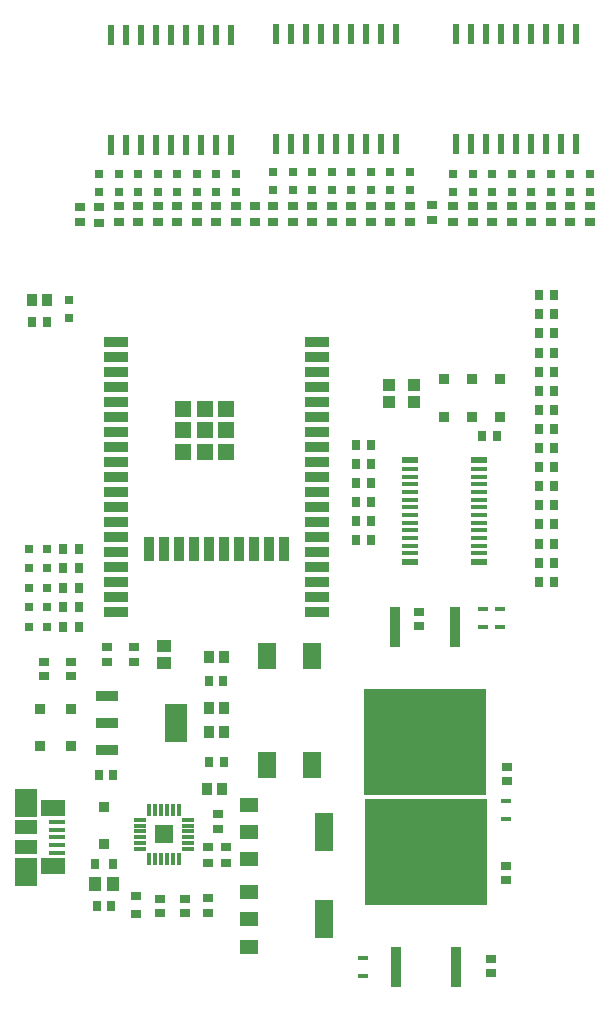
<source format=gtp>
G04*
G04 #@! TF.GenerationSoftware,Altium Limited,Altium Designer,20.1.14 (287)*
G04*
G04 Layer_Color=8421504*
%FSLAX25Y25*%
%MOIN*%
G70*
G04*
G04 #@! TF.SameCoordinates,C357774A-A1FF-41C0-A387-8AFBD113A784*
G04*
G04*
G04 #@! TF.FilePolarity,Positive*
G04*
G01*
G75*
%ADD17R,0.03740X0.03150*%
%ADD18R,0.03150X0.03150*%
%ADD19R,0.03347X0.02953*%
G04:AMPARAMS|DCode=20|XSize=21.65mil|YSize=66.93mil|CornerRadius=1.95mil|HoleSize=0mil|Usage=FLASHONLY|Rotation=0.000|XOffset=0mil|YOffset=0mil|HoleType=Round|Shape=RoundedRectangle|*
%AMROUNDEDRECTD20*
21,1,0.02165,0.06303,0,0,0.0*
21,1,0.01776,0.06693,0,0,0.0*
1,1,0.00390,0.00888,-0.03152*
1,1,0.00390,-0.00888,-0.03152*
1,1,0.00390,-0.00888,0.03152*
1,1,0.00390,0.00888,0.03152*
%
%ADD20ROUNDEDRECTD20*%
%ADD21R,0.07874X0.03543*%
%ADD22R,0.05315X0.01575*%
%ADD23R,0.04331X0.03937*%
%ADD24R,0.03150X0.03740*%
%ADD25R,0.03543X0.07874*%
%ADD26R,0.07874X0.03543*%
%ADD27R,0.01181X0.04147*%
%ADD28R,0.05236X0.05236*%
%ADD29R,0.03150X0.03150*%
%ADD30R,0.03543X0.03937*%
%ADD31R,0.03543X0.02953*%
%ADD32R,0.03543X0.03150*%
%ADD33R,0.05118X0.03937*%
%ADD34R,0.05315X0.02362*%
%ADD35R,0.02953X0.03347*%
%ADD36R,0.07480X0.12598*%
%ADD37R,0.07480X0.03543*%
%ADD38R,0.03347X0.01772*%
%ADD39R,0.03150X0.03543*%
%ADD40R,0.03740X0.03543*%
%ADD41R,0.05433X0.01772*%
%ADD42R,0.08268X0.05807*%
%ADD43R,0.07480X0.09350*%
%ADD44R,0.07480X0.04626*%
%ADD45R,0.03740X0.13780*%
%ADD46R,0.40748X0.35433*%
%ADD47R,0.06299X0.08583*%
%ADD48R,0.06299X0.08661*%
%ADD49R,0.05906X0.12992*%
%ADD50R,0.05906X0.04724*%
%ADD51R,0.02953X0.03543*%
%ADD52R,0.02756X0.03543*%
%ADD53R,0.03543X0.02756*%
%ADD54R,0.04147X0.01181*%
%ADD55R,0.06000X0.06000*%
%ADD56R,0.03937X0.05118*%
D17*
X259500Y359343D02*
D03*
Y364657D02*
D03*
X246500Y359343D02*
D03*
Y364657D02*
D03*
X280500Y359343D02*
D03*
Y364657D02*
D03*
X287000Y359343D02*
D03*
Y364657D02*
D03*
X300000Y359343D02*
D03*
Y364657D02*
D03*
X274000Y359343D02*
D03*
Y364657D02*
D03*
X319500Y359343D02*
D03*
Y364657D02*
D03*
X293500Y359343D02*
D03*
Y364657D02*
D03*
X306500Y359343D02*
D03*
Y364657D02*
D03*
X313000Y359343D02*
D03*
Y364657D02*
D03*
X240000Y359343D02*
D03*
Y364657D02*
D03*
X195000Y359343D02*
D03*
Y364657D02*
D03*
X188500Y359343D02*
D03*
Y364657D02*
D03*
X201500Y359343D02*
D03*
Y364657D02*
D03*
X182000Y359343D02*
D03*
Y364657D02*
D03*
X175500Y359343D02*
D03*
Y364657D02*
D03*
X169000Y359343D02*
D03*
Y364657D02*
D03*
X162500Y359343D02*
D03*
Y364657D02*
D03*
X156000Y359185D02*
D03*
Y364500D02*
D03*
X253000Y359343D02*
D03*
Y364657D02*
D03*
X233500Y359343D02*
D03*
Y364657D02*
D03*
X227000Y359343D02*
D03*
Y364657D02*
D03*
X220500Y359343D02*
D03*
Y364657D02*
D03*
X214000Y359343D02*
D03*
Y364657D02*
D03*
D18*
X274000Y369547D02*
D03*
Y375453D02*
D03*
X319500Y369547D02*
D03*
Y375453D02*
D03*
X313000Y369547D02*
D03*
Y375453D02*
D03*
X306500Y369547D02*
D03*
Y375453D02*
D03*
X300000Y369547D02*
D03*
Y375453D02*
D03*
X287000Y369547D02*
D03*
Y375453D02*
D03*
X280500Y369547D02*
D03*
Y375453D02*
D03*
X293500Y369547D02*
D03*
Y375453D02*
D03*
X201500Y369547D02*
D03*
Y375453D02*
D03*
X195000Y369547D02*
D03*
Y375453D02*
D03*
X182000Y369547D02*
D03*
Y375453D02*
D03*
X175500Y369547D02*
D03*
Y375453D02*
D03*
X169000Y369547D02*
D03*
Y375453D02*
D03*
X162500Y369547D02*
D03*
Y375453D02*
D03*
X188500Y369547D02*
D03*
Y375453D02*
D03*
X156000Y369547D02*
D03*
Y375453D02*
D03*
X259500Y370047D02*
D03*
Y375953D02*
D03*
X253000Y370047D02*
D03*
Y375953D02*
D03*
X246500Y370047D02*
D03*
Y375953D02*
D03*
X240000Y370047D02*
D03*
Y375953D02*
D03*
X233500Y370047D02*
D03*
Y375953D02*
D03*
X227000Y370047D02*
D03*
Y375953D02*
D03*
X220500Y370047D02*
D03*
Y375953D02*
D03*
X214000Y370047D02*
D03*
Y375953D02*
D03*
X146000Y333453D02*
D03*
Y327547D02*
D03*
D19*
X267000Y359941D02*
D03*
Y365059D02*
D03*
X208000Y359500D02*
D03*
Y364618D02*
D03*
X149500Y359441D02*
D03*
Y364559D02*
D03*
X195500Y156941D02*
D03*
Y162059D02*
D03*
X192303Y145886D02*
D03*
Y151004D02*
D03*
X198303Y151004D02*
D03*
Y145886D02*
D03*
D20*
X285000Y422114D02*
D03*
X280000D02*
D03*
X315000D02*
D03*
X295000D02*
D03*
X310000D02*
D03*
X290000D02*
D03*
X190000Y421807D02*
D03*
X185000D02*
D03*
X180000D02*
D03*
X175000D02*
D03*
X245000Y422114D02*
D03*
X240000D02*
D03*
X255000D02*
D03*
X235000D02*
D03*
X230000D02*
D03*
X250000D02*
D03*
X305000D02*
D03*
X165000Y421807D02*
D03*
X300000Y422114D02*
D03*
X170000Y421807D02*
D03*
X200000D02*
D03*
X195000D02*
D03*
X220000Y422114D02*
D03*
X225000D02*
D03*
X275000D02*
D03*
X315000Y385500D02*
D03*
X310000D02*
D03*
X305000D02*
D03*
X300000D02*
D03*
X295000D02*
D03*
X290000D02*
D03*
X285000D02*
D03*
X280000D02*
D03*
X275000D02*
D03*
X160000Y421807D02*
D03*
X200000Y385193D02*
D03*
X195000D02*
D03*
X190000D02*
D03*
X185000D02*
D03*
X180000D02*
D03*
X175000D02*
D03*
X170000D02*
D03*
X165000D02*
D03*
X160000D02*
D03*
X215000Y422114D02*
D03*
X255000Y385500D02*
D03*
X250000D02*
D03*
X245000D02*
D03*
X240000D02*
D03*
X235000D02*
D03*
X230000D02*
D03*
X225000D02*
D03*
X220000D02*
D03*
X215000D02*
D03*
D21*
X161500Y284500D02*
D03*
Y279500D02*
D03*
X228429Y294500D02*
D03*
X161500Y269500D02*
D03*
X228429Y309500D02*
D03*
X161500Y264500D02*
D03*
X228429Y274500D02*
D03*
X161500Y259500D02*
D03*
Y294500D02*
D03*
Y289500D02*
D03*
X228429Y299500D02*
D03*
X161500D02*
D03*
Y304500D02*
D03*
X228429D02*
D03*
Y314500D02*
D03*
Y284500D02*
D03*
X161500Y274500D02*
D03*
X228429Y279500D02*
D03*
Y259500D02*
D03*
X161500Y319500D02*
D03*
Y314500D02*
D03*
Y309500D02*
D03*
Y254500D02*
D03*
X228429D02*
D03*
Y264500D02*
D03*
Y269500D02*
D03*
Y289500D02*
D03*
Y319500D02*
D03*
D22*
X282516Y274516D02*
D03*
Y277075D02*
D03*
Y271957D02*
D03*
Y269398D02*
D03*
Y266839D02*
D03*
X259484D02*
D03*
Y269398D02*
D03*
Y277075D02*
D03*
Y274516D02*
D03*
Y271957D02*
D03*
Y264280D02*
D03*
Y261720D02*
D03*
Y259161D02*
D03*
Y256602D02*
D03*
Y248925D02*
D03*
Y251484D02*
D03*
Y254043D02*
D03*
X282516D02*
D03*
Y251484D02*
D03*
Y248925D02*
D03*
Y256602D02*
D03*
Y259161D02*
D03*
Y261720D02*
D03*
Y264280D02*
D03*
D23*
X261000Y299500D02*
D03*
X252500D02*
D03*
X261000Y305012D02*
D03*
X252500D02*
D03*
D24*
X149158Y231000D02*
D03*
Y237500D02*
D03*
X149205Y250500D02*
D03*
X149158Y244000D02*
D03*
Y224500D02*
D03*
X143842Y231000D02*
D03*
Y224500D02*
D03*
Y237500D02*
D03*
X143890Y250500D02*
D03*
X143842Y244000D02*
D03*
D25*
X177465Y250563D02*
D03*
X212465D02*
D03*
X217465D02*
D03*
X202465D02*
D03*
X207465D02*
D03*
X187465D02*
D03*
X172465D02*
D03*
X197465D02*
D03*
X192465D02*
D03*
X182465D02*
D03*
D26*
X161500Y244500D02*
D03*
X228429D02*
D03*
Y249500D02*
D03*
Y239500D02*
D03*
Y234500D02*
D03*
Y229500D02*
D03*
X161500Y234500D02*
D03*
Y249500D02*
D03*
Y229500D02*
D03*
Y239500D02*
D03*
D27*
X178518Y163341D02*
D03*
X180487D02*
D03*
X172613Y147187D02*
D03*
X174581D02*
D03*
X176550D02*
D03*
X178518D02*
D03*
X180487D02*
D03*
X182455D02*
D03*
X176550Y163341D02*
D03*
X174581D02*
D03*
X172613D02*
D03*
X182455D02*
D03*
D28*
X183803Y297197D02*
D03*
X191028D02*
D03*
X198252D02*
D03*
X183803Y289972D02*
D03*
X191028D02*
D03*
X198252D02*
D03*
X183803Y282748D02*
D03*
X191028D02*
D03*
X198252D02*
D03*
D29*
X132547Y224500D02*
D03*
X138453D02*
D03*
Y231000D02*
D03*
X132547D02*
D03*
X138453Y237500D02*
D03*
X132547D02*
D03*
X138500Y250500D02*
D03*
X132595D02*
D03*
X138500Y244000D02*
D03*
X132595D02*
D03*
D30*
X138559Y333500D02*
D03*
X133441D02*
D03*
X197559Y197500D02*
D03*
X192441D02*
D03*
X191882Y170500D02*
D03*
X197000D02*
D03*
X192441Y189500D02*
D03*
X197559D02*
D03*
X197654Y214504D02*
D03*
X192535D02*
D03*
D31*
X137500Y208138D02*
D03*
Y212862D02*
D03*
X146500Y208138D02*
D03*
Y212862D02*
D03*
X292000Y177862D02*
D03*
Y173138D02*
D03*
X291500Y144862D02*
D03*
Y140138D02*
D03*
X286500Y109138D02*
D03*
Y113862D02*
D03*
X262500Y229362D02*
D03*
Y224638D02*
D03*
X184547Y129157D02*
D03*
Y133882D02*
D03*
X176047Y129157D02*
D03*
Y133882D02*
D03*
D32*
X158673Y217713D02*
D03*
Y212791D02*
D03*
X167673Y217713D02*
D03*
Y212791D02*
D03*
X192047Y133980D02*
D03*
Y129059D02*
D03*
D33*
X177673Y218205D02*
D03*
Y212299D02*
D03*
D34*
X259484Y280028D02*
D03*
Y245972D02*
D03*
X282516D02*
D03*
Y280028D02*
D03*
D35*
X241441Y285000D02*
D03*
X246559D02*
D03*
X241441Y278700D02*
D03*
X246559D02*
D03*
X241441Y272400D02*
D03*
X246559D02*
D03*
X241441Y266100D02*
D03*
X246559D02*
D03*
X241441Y259800D02*
D03*
X246559D02*
D03*
X241441Y253500D02*
D03*
X246559D02*
D03*
X307559Y309533D02*
D03*
X302441D02*
D03*
X307559Y303167D02*
D03*
X302441D02*
D03*
X307500Y296800D02*
D03*
X302382D02*
D03*
X307559Y290433D02*
D03*
X302441D02*
D03*
X307559Y284067D02*
D03*
X302441D02*
D03*
X307559Y277700D02*
D03*
X302441D02*
D03*
X307559Y271333D02*
D03*
X302441D02*
D03*
X307559Y264967D02*
D03*
X302441D02*
D03*
X307559Y245867D02*
D03*
X302441D02*
D03*
X307559Y252233D02*
D03*
X302441D02*
D03*
X307559Y258600D02*
D03*
X302441D02*
D03*
X307559Y239500D02*
D03*
X302441D02*
D03*
X307559Y315900D02*
D03*
X302441D02*
D03*
X307559Y335000D02*
D03*
X302441D02*
D03*
X307559Y322267D02*
D03*
X302441D02*
D03*
X307500Y328633D02*
D03*
X302382D02*
D03*
X283441Y288000D02*
D03*
X288559D02*
D03*
X133441Y326000D02*
D03*
X138559D02*
D03*
D36*
X181661Y192295D02*
D03*
D37*
X158433Y183240D02*
D03*
Y192295D02*
D03*
Y201350D02*
D03*
D38*
X284000Y230453D02*
D03*
Y224547D02*
D03*
X289500Y230405D02*
D03*
Y224500D02*
D03*
X291500Y160547D02*
D03*
Y166453D02*
D03*
X244000Y113953D02*
D03*
Y108047D02*
D03*
D39*
X160685Y174921D02*
D03*
X155764D02*
D03*
X159961Y131500D02*
D03*
X155039D02*
D03*
D40*
X157630Y152106D02*
D03*
Y164508D02*
D03*
X289500Y294528D02*
D03*
Y306929D02*
D03*
X280250Y294528D02*
D03*
Y306929D02*
D03*
X271000Y294528D02*
D03*
Y306929D02*
D03*
X146630Y184807D02*
D03*
Y197209D02*
D03*
X136130Y184807D02*
D03*
Y197209D02*
D03*
D41*
X141909Y159461D02*
D03*
Y156902D02*
D03*
Y154342D02*
D03*
Y151784D02*
D03*
Y149224D02*
D03*
D42*
X140492Y164037D02*
D03*
Y144648D02*
D03*
D43*
X131437Y165809D02*
D03*
Y142876D02*
D03*
D44*
Y157640D02*
D03*
Y151045D02*
D03*
D45*
X274500Y224500D02*
D03*
X254500D02*
D03*
X255000Y111000D02*
D03*
X275000D02*
D03*
D46*
X264500Y186114D02*
D03*
X265000Y149386D02*
D03*
D47*
X227000Y178409D02*
D03*
X212000D02*
D03*
D48*
X227000Y214591D02*
D03*
X212000D02*
D03*
D49*
X231000Y156000D02*
D03*
X230902Y126945D02*
D03*
D50*
X205803Y146945D02*
D03*
Y156000D02*
D03*
Y165055D02*
D03*
X205705Y117890D02*
D03*
Y126945D02*
D03*
Y136000D02*
D03*
D51*
X192638Y179500D02*
D03*
X197362D02*
D03*
X192595Y206504D02*
D03*
X197319D02*
D03*
D52*
X160409Y145343D02*
D03*
X154504D02*
D03*
D53*
X168047Y128795D02*
D03*
Y134701D02*
D03*
D54*
X185611Y160185D02*
D03*
X169457D02*
D03*
Y158217D02*
D03*
Y156248D02*
D03*
Y154279D02*
D03*
Y152311D02*
D03*
Y150343D02*
D03*
X185611D02*
D03*
Y152311D02*
D03*
Y154279D02*
D03*
Y156248D02*
D03*
Y158217D02*
D03*
D55*
X177534Y155264D02*
D03*
D56*
X160409Y138842D02*
D03*
X154504D02*
D03*
M02*

</source>
